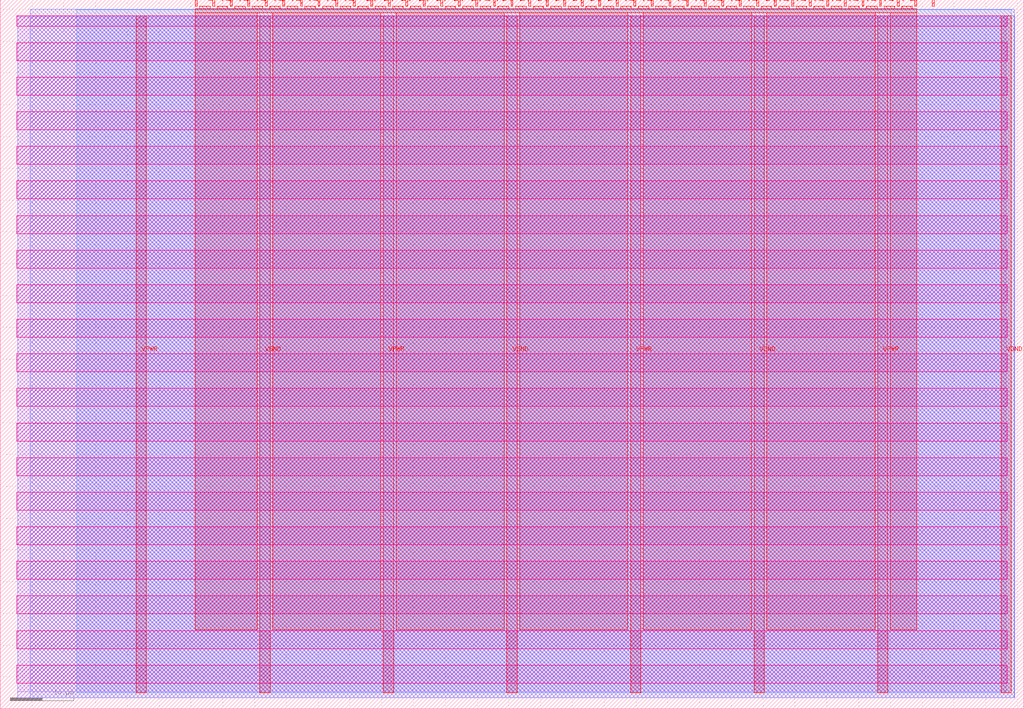
<source format=lef>
VERSION 5.7 ;
  NOWIREEXTENSIONATPIN ON ;
  DIVIDERCHAR "/" ;
  BUSBITCHARS "[]" ;
MACRO tt_um_rejunity_vga_logo
  CLASS BLOCK ;
  FOREIGN tt_um_rejunity_vga_logo ;
  ORIGIN 0.000 0.000 ;
  SIZE 161.000 BY 111.520 ;
  PIN VGND
    DIRECTION INOUT ;
    USE GROUND ;
    PORT
      LAYER met4 ;
        RECT 40.830 2.480 42.430 109.040 ;
    END
    PORT
      LAYER met4 ;
        RECT 79.700 2.480 81.300 109.040 ;
    END
    PORT
      LAYER met4 ;
        RECT 118.570 2.480 120.170 109.040 ;
    END
    PORT
      LAYER met4 ;
        RECT 157.440 2.480 159.040 109.040 ;
    END
  END VGND
  PIN VPWR
    DIRECTION INOUT ;
    USE POWER ;
    PORT
      LAYER met4 ;
        RECT 21.395 2.480 22.995 109.040 ;
    END
    PORT
      LAYER met4 ;
        RECT 60.265 2.480 61.865 109.040 ;
    END
    PORT
      LAYER met4 ;
        RECT 99.135 2.480 100.735 109.040 ;
    END
    PORT
      LAYER met4 ;
        RECT 138.005 2.480 139.605 109.040 ;
    END
  END VPWR
  PIN clk
    DIRECTION INPUT ;
    USE SIGNAL ;
    ANTENNAGATEAREA 0.852000 ;
    PORT
      LAYER met4 ;
        RECT 143.830 110.520 144.130 111.520 ;
    END
  END clk
  PIN ena
    DIRECTION INPUT ;
    USE SIGNAL ;
    PORT
      LAYER met4 ;
        RECT 146.590 110.520 146.890 111.520 ;
    END
  END ena
  PIN rst_n
    DIRECTION INPUT ;
    USE SIGNAL ;
    ANTENNAGATEAREA 0.126000 ;
    PORT
      LAYER met4 ;
        RECT 141.070 110.520 141.370 111.520 ;
    END
  END rst_n
  PIN ui_in[0]
    DIRECTION INPUT ;
    USE SIGNAL ;
    PORT
      LAYER met4 ;
        RECT 138.310 110.520 138.610 111.520 ;
    END
  END ui_in[0]
  PIN ui_in[1]
    DIRECTION INPUT ;
    USE SIGNAL ;
    PORT
      LAYER met4 ;
        RECT 135.550 110.520 135.850 111.520 ;
    END
  END ui_in[1]
  PIN ui_in[2]
    DIRECTION INPUT ;
    USE SIGNAL ;
    PORT
      LAYER met4 ;
        RECT 132.790 110.520 133.090 111.520 ;
    END
  END ui_in[2]
  PIN ui_in[3]
    DIRECTION INPUT ;
    USE SIGNAL ;
    PORT
      LAYER met4 ;
        RECT 130.030 110.520 130.330 111.520 ;
    END
  END ui_in[3]
  PIN ui_in[4]
    DIRECTION INPUT ;
    USE SIGNAL ;
    PORT
      LAYER met4 ;
        RECT 127.270 110.520 127.570 111.520 ;
    END
  END ui_in[4]
  PIN ui_in[5]
    DIRECTION INPUT ;
    USE SIGNAL ;
    PORT
      LAYER met4 ;
        RECT 124.510 110.520 124.810 111.520 ;
    END
  END ui_in[5]
  PIN ui_in[6]
    DIRECTION INPUT ;
    USE SIGNAL ;
    PORT
      LAYER met4 ;
        RECT 121.750 110.520 122.050 111.520 ;
    END
  END ui_in[6]
  PIN ui_in[7]
    DIRECTION INPUT ;
    USE SIGNAL ;
    PORT
      LAYER met4 ;
        RECT 118.990 110.520 119.290 111.520 ;
    END
  END ui_in[7]
  PIN uio_in[0]
    DIRECTION INPUT ;
    USE SIGNAL ;
    PORT
      LAYER met4 ;
        RECT 116.230 110.520 116.530 111.520 ;
    END
  END uio_in[0]
  PIN uio_in[1]
    DIRECTION INPUT ;
    USE SIGNAL ;
    PORT
      LAYER met4 ;
        RECT 113.470 110.520 113.770 111.520 ;
    END
  END uio_in[1]
  PIN uio_in[2]
    DIRECTION INPUT ;
    USE SIGNAL ;
    PORT
      LAYER met4 ;
        RECT 110.710 110.520 111.010 111.520 ;
    END
  END uio_in[2]
  PIN uio_in[3]
    DIRECTION INPUT ;
    USE SIGNAL ;
    PORT
      LAYER met4 ;
        RECT 107.950 110.520 108.250 111.520 ;
    END
  END uio_in[3]
  PIN uio_in[4]
    DIRECTION INPUT ;
    USE SIGNAL ;
    PORT
      LAYER met4 ;
        RECT 105.190 110.520 105.490 111.520 ;
    END
  END uio_in[4]
  PIN uio_in[5]
    DIRECTION INPUT ;
    USE SIGNAL ;
    PORT
      LAYER met4 ;
        RECT 102.430 110.520 102.730 111.520 ;
    END
  END uio_in[5]
  PIN uio_in[6]
    DIRECTION INPUT ;
    USE SIGNAL ;
    PORT
      LAYER met4 ;
        RECT 99.670 110.520 99.970 111.520 ;
    END
  END uio_in[6]
  PIN uio_in[7]
    DIRECTION INPUT ;
    USE SIGNAL ;
    PORT
      LAYER met4 ;
        RECT 96.910 110.520 97.210 111.520 ;
    END
  END uio_in[7]
  PIN uio_oe[0]
    DIRECTION OUTPUT TRISTATE ;
    USE SIGNAL ;
    PORT
      LAYER met4 ;
        RECT 49.990 110.520 50.290 111.520 ;
    END
  END uio_oe[0]
  PIN uio_oe[1]
    DIRECTION OUTPUT TRISTATE ;
    USE SIGNAL ;
    PORT
      LAYER met4 ;
        RECT 47.230 110.520 47.530 111.520 ;
    END
  END uio_oe[1]
  PIN uio_oe[2]
    DIRECTION OUTPUT TRISTATE ;
    USE SIGNAL ;
    PORT
      LAYER met4 ;
        RECT 44.470 110.520 44.770 111.520 ;
    END
  END uio_oe[2]
  PIN uio_oe[3]
    DIRECTION OUTPUT TRISTATE ;
    USE SIGNAL ;
    PORT
      LAYER met4 ;
        RECT 41.710 110.520 42.010 111.520 ;
    END
  END uio_oe[3]
  PIN uio_oe[4]
    DIRECTION OUTPUT TRISTATE ;
    USE SIGNAL ;
    PORT
      LAYER met4 ;
        RECT 38.950 110.520 39.250 111.520 ;
    END
  END uio_oe[4]
  PIN uio_oe[5]
    DIRECTION OUTPUT TRISTATE ;
    USE SIGNAL ;
    PORT
      LAYER met4 ;
        RECT 36.190 110.520 36.490 111.520 ;
    END
  END uio_oe[5]
  PIN uio_oe[6]
    DIRECTION OUTPUT TRISTATE ;
    USE SIGNAL ;
    PORT
      LAYER met4 ;
        RECT 33.430 110.520 33.730 111.520 ;
    END
  END uio_oe[6]
  PIN uio_oe[7]
    DIRECTION OUTPUT TRISTATE ;
    USE SIGNAL ;
    PORT
      LAYER met4 ;
        RECT 30.670 110.520 30.970 111.520 ;
    END
  END uio_oe[7]
  PIN uio_out[0]
    DIRECTION OUTPUT TRISTATE ;
    USE SIGNAL ;
    PORT
      LAYER met4 ;
        RECT 72.070 110.520 72.370 111.520 ;
    END
  END uio_out[0]
  PIN uio_out[1]
    DIRECTION OUTPUT TRISTATE ;
    USE SIGNAL ;
    PORT
      LAYER met4 ;
        RECT 69.310 110.520 69.610 111.520 ;
    END
  END uio_out[1]
  PIN uio_out[2]
    DIRECTION OUTPUT TRISTATE ;
    USE SIGNAL ;
    PORT
      LAYER met4 ;
        RECT 66.550 110.520 66.850 111.520 ;
    END
  END uio_out[2]
  PIN uio_out[3]
    DIRECTION OUTPUT TRISTATE ;
    USE SIGNAL ;
    PORT
      LAYER met4 ;
        RECT 63.790 110.520 64.090 111.520 ;
    END
  END uio_out[3]
  PIN uio_out[4]
    DIRECTION OUTPUT TRISTATE ;
    USE SIGNAL ;
    PORT
      LAYER met4 ;
        RECT 61.030 110.520 61.330 111.520 ;
    END
  END uio_out[4]
  PIN uio_out[5]
    DIRECTION OUTPUT TRISTATE ;
    USE SIGNAL ;
    PORT
      LAYER met4 ;
        RECT 58.270 110.520 58.570 111.520 ;
    END
  END uio_out[5]
  PIN uio_out[6]
    DIRECTION OUTPUT TRISTATE ;
    USE SIGNAL ;
    PORT
      LAYER met4 ;
        RECT 55.510 110.520 55.810 111.520 ;
    END
  END uio_out[6]
  PIN uio_out[7]
    DIRECTION OUTPUT TRISTATE ;
    USE SIGNAL ;
    PORT
      LAYER met4 ;
        RECT 52.750 110.520 53.050 111.520 ;
    END
  END uio_out[7]
  PIN uo_out[0]
    DIRECTION OUTPUT TRISTATE ;
    USE SIGNAL ;
    ANTENNADIFFAREA 0.445500 ;
    PORT
      LAYER met4 ;
        RECT 94.150 110.520 94.450 111.520 ;
    END
  END uo_out[0]
  PIN uo_out[1]
    DIRECTION OUTPUT TRISTATE ;
    USE SIGNAL ;
    ANTENNADIFFAREA 0.445500 ;
    PORT
      LAYER met4 ;
        RECT 91.390 110.520 91.690 111.520 ;
    END
  END uo_out[1]
  PIN uo_out[2]
    DIRECTION OUTPUT TRISTATE ;
    USE SIGNAL ;
    PORT
      LAYER met4 ;
        RECT 88.630 110.520 88.930 111.520 ;
    END
  END uo_out[2]
  PIN uo_out[3]
    DIRECTION OUTPUT TRISTATE ;
    USE SIGNAL ;
    ANTENNADIFFAREA 0.445500 ;
    PORT
      LAYER met4 ;
        RECT 85.870 110.520 86.170 111.520 ;
    END
  END uo_out[3]
  PIN uo_out[4]
    DIRECTION OUTPUT TRISTATE ;
    USE SIGNAL ;
    ANTENNADIFFAREA 0.445500 ;
    PORT
      LAYER met4 ;
        RECT 83.110 110.520 83.410 111.520 ;
    END
  END uo_out[4]
  PIN uo_out[5]
    DIRECTION OUTPUT TRISTATE ;
    USE SIGNAL ;
    ANTENNAGATEAREA 0.477000 ;
    ANTENNADIFFAREA 0.891000 ;
    PORT
      LAYER met4 ;
        RECT 80.350 110.520 80.650 111.520 ;
    END
  END uo_out[5]
  PIN uo_out[6]
    DIRECTION OUTPUT TRISTATE ;
    USE SIGNAL ;
    PORT
      LAYER met4 ;
        RECT 77.590 110.520 77.890 111.520 ;
    END
  END uo_out[6]
  PIN uo_out[7]
    DIRECTION OUTPUT TRISTATE ;
    USE SIGNAL ;
    ANTENNADIFFAREA 0.445500 ;
    PORT
      LAYER met4 ;
        RECT 74.830 110.520 75.130 111.520 ;
    END
  END uo_out[7]
  OBS
      LAYER nwell ;
        RECT 2.570 107.385 158.430 108.990 ;
        RECT 2.570 101.945 158.430 104.775 ;
        RECT 2.570 96.505 158.430 99.335 ;
        RECT 2.570 91.065 158.430 93.895 ;
        RECT 2.570 85.625 158.430 88.455 ;
        RECT 2.570 80.185 158.430 83.015 ;
        RECT 2.570 74.745 158.430 77.575 ;
        RECT 2.570 69.305 158.430 72.135 ;
        RECT 2.570 63.865 158.430 66.695 ;
        RECT 2.570 58.425 158.430 61.255 ;
        RECT 2.570 52.985 158.430 55.815 ;
        RECT 2.570 47.545 158.430 50.375 ;
        RECT 2.570 42.105 158.430 44.935 ;
        RECT 2.570 36.665 158.430 39.495 ;
        RECT 2.570 31.225 158.430 34.055 ;
        RECT 2.570 25.785 158.430 28.615 ;
        RECT 2.570 20.345 158.430 23.175 ;
        RECT 2.570 14.905 158.430 17.735 ;
        RECT 2.570 9.465 158.430 12.295 ;
        RECT 2.570 4.025 158.430 6.855 ;
      LAYER li1 ;
        RECT 2.760 2.635 158.240 108.885 ;
      LAYER met1 ;
        RECT 2.760 1.740 159.550 109.040 ;
      LAYER met2 ;
        RECT 4.700 1.710 159.520 110.005 ;
      LAYER met3 ;
        RECT 12.025 2.555 159.030 109.985 ;
      LAYER met4 ;
        RECT 31.370 110.120 33.030 110.520 ;
        RECT 34.130 110.120 35.790 110.520 ;
        RECT 36.890 110.120 38.550 110.520 ;
        RECT 39.650 110.120 41.310 110.520 ;
        RECT 42.410 110.120 44.070 110.520 ;
        RECT 45.170 110.120 46.830 110.520 ;
        RECT 47.930 110.120 49.590 110.520 ;
        RECT 50.690 110.120 52.350 110.520 ;
        RECT 53.450 110.120 55.110 110.520 ;
        RECT 56.210 110.120 57.870 110.520 ;
        RECT 58.970 110.120 60.630 110.520 ;
        RECT 61.730 110.120 63.390 110.520 ;
        RECT 64.490 110.120 66.150 110.520 ;
        RECT 67.250 110.120 68.910 110.520 ;
        RECT 70.010 110.120 71.670 110.520 ;
        RECT 72.770 110.120 74.430 110.520 ;
        RECT 75.530 110.120 77.190 110.520 ;
        RECT 78.290 110.120 79.950 110.520 ;
        RECT 81.050 110.120 82.710 110.520 ;
        RECT 83.810 110.120 85.470 110.520 ;
        RECT 86.570 110.120 88.230 110.520 ;
        RECT 89.330 110.120 90.990 110.520 ;
        RECT 92.090 110.120 93.750 110.520 ;
        RECT 94.850 110.120 96.510 110.520 ;
        RECT 97.610 110.120 99.270 110.520 ;
        RECT 100.370 110.120 102.030 110.520 ;
        RECT 103.130 110.120 104.790 110.520 ;
        RECT 105.890 110.120 107.550 110.520 ;
        RECT 108.650 110.120 110.310 110.520 ;
        RECT 111.410 110.120 113.070 110.520 ;
        RECT 114.170 110.120 115.830 110.520 ;
        RECT 116.930 110.120 118.590 110.520 ;
        RECT 119.690 110.120 121.350 110.520 ;
        RECT 122.450 110.120 124.110 110.520 ;
        RECT 125.210 110.120 126.870 110.520 ;
        RECT 127.970 110.120 129.630 110.520 ;
        RECT 130.730 110.120 132.390 110.520 ;
        RECT 133.490 110.120 135.150 110.520 ;
        RECT 136.250 110.120 137.910 110.520 ;
        RECT 139.010 110.120 140.670 110.520 ;
        RECT 141.770 110.120 143.430 110.520 ;
        RECT 30.655 109.440 144.145 110.120 ;
        RECT 30.655 12.415 40.430 109.440 ;
        RECT 42.830 12.415 59.865 109.440 ;
        RECT 62.265 12.415 79.300 109.440 ;
        RECT 81.700 12.415 98.735 109.440 ;
        RECT 101.135 12.415 118.170 109.440 ;
        RECT 120.570 12.415 137.605 109.440 ;
        RECT 140.005 12.415 144.145 109.440 ;
  END
END tt_um_rejunity_vga_logo
END LIBRARY


</source>
